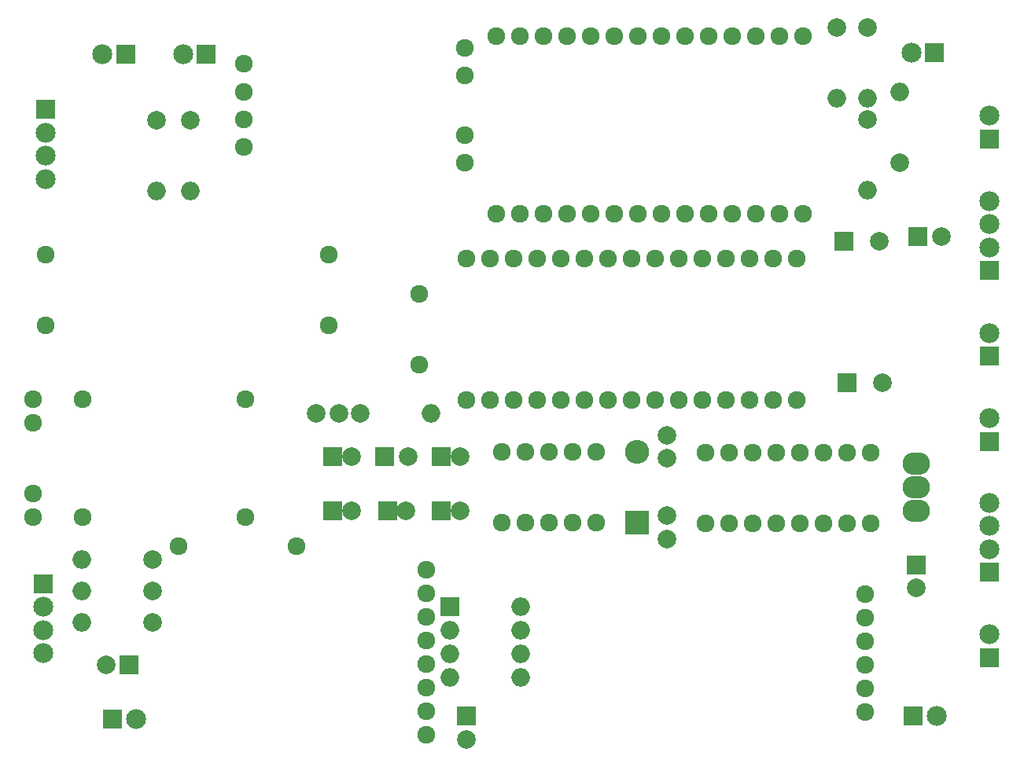
<source format=gbr>
G04 #@! TF.FileFunction,Soldermask,Top*
%FSLAX46Y46*%
G04 Gerber Fmt 4.6, Leading zero omitted, Abs format (unit mm)*
G04 Created by KiCad (PCBNEW 4.0.6+dfsg1-1) date Mon Jan 15 11:50:26 2018*
%MOMM*%
%LPD*%
G01*
G04 APERTURE LIST*
%ADD10C,0.100000*%
%ADD11R,2.600000X2.600000*%
%ADD12O,2.600000X2.600000*%
%ADD13R,2.000000X2.000000*%
%ADD14C,2.000000*%
%ADD15O,2.940000X2.432000*%
%ADD16O,2.000000X2.000000*%
%ADD17R,2.150000X2.150000*%
%ADD18C,2.150000*%
%ADD19C,1.924000*%
G04 APERTURE END LIST*
D10*
D11*
X156200000Y-118700000D03*
D12*
X156200000Y-111080000D03*
D13*
X101500000Y-134100000D03*
D14*
X99000000Y-134100000D03*
D13*
X186200000Y-123300000D03*
D14*
X186200000Y-125800000D03*
D15*
X186200000Y-114900000D03*
X186200000Y-117440000D03*
X186200000Y-112360000D03*
D14*
X184400000Y-80000000D03*
D16*
X184400000Y-72380000D03*
D14*
X181000000Y-65400000D03*
D16*
X181000000Y-73020000D03*
D14*
X104400000Y-75400000D03*
D16*
X104400000Y-83020000D03*
D14*
X104000000Y-129500000D03*
D16*
X96380000Y-129500000D03*
D14*
X104000000Y-126100000D03*
D16*
X96380000Y-126100000D03*
D14*
X104000000Y-122700000D03*
D16*
X96380000Y-122700000D03*
D14*
X108100000Y-75400000D03*
D16*
X108100000Y-83020000D03*
D14*
X181000000Y-75300000D03*
D16*
X181000000Y-82920000D03*
D14*
X177700000Y-65400000D03*
D16*
X177700000Y-73020000D03*
D17*
X92200000Y-125300000D03*
D18*
X92200000Y-127800000D03*
X92200000Y-130300000D03*
X92200000Y-132800000D03*
D17*
X185900000Y-139600000D03*
D18*
X188400000Y-139600000D03*
D17*
X109800000Y-68300000D03*
D18*
X107300000Y-68300000D03*
D17*
X194100000Y-110000000D03*
D18*
X194100000Y-107500000D03*
D19*
X173670000Y-111190000D03*
X176210000Y-111190000D03*
X178750000Y-111190000D03*
X181290000Y-111190000D03*
X171130000Y-111190000D03*
X168590000Y-111190000D03*
X166050000Y-111190000D03*
X163510000Y-111190000D03*
X181290000Y-118810000D03*
X178750000Y-118810000D03*
X176210000Y-118810000D03*
X173670000Y-118810000D03*
X171130000Y-118810000D03*
X168590000Y-118810000D03*
X166050000Y-118810000D03*
X163510000Y-118810000D03*
D17*
X194100000Y-100800000D03*
D18*
X194100000Y-98300000D03*
D14*
X126400000Y-107000000D03*
D16*
X134020000Y-107000000D03*
D13*
X136000000Y-127800000D03*
D16*
X143620000Y-135420000D03*
X136000000Y-130340000D03*
X143620000Y-132880000D03*
X136000000Y-132880000D03*
X143620000Y-130340000D03*
X136000000Y-135420000D03*
X143620000Y-127800000D03*
D19*
X146700000Y-111090000D03*
X149240000Y-111090000D03*
X151780000Y-111090000D03*
X144160000Y-111090000D03*
X141620000Y-111090000D03*
X146700000Y-118710000D03*
X149240000Y-118710000D03*
X151780000Y-118710000D03*
X144160000Y-118710000D03*
X141620000Y-118710000D03*
D17*
X188200000Y-68100000D03*
D18*
X185700000Y-68100000D03*
D17*
X99700000Y-139900000D03*
D18*
X102200000Y-139900000D03*
D17*
X101100000Y-68300000D03*
D18*
X98600000Y-68300000D03*
D17*
X194100000Y-77400000D03*
D18*
X194100000Y-74900000D03*
D17*
X194100000Y-91600000D03*
D18*
X194100000Y-89100000D03*
X194100000Y-86600000D03*
X194100000Y-84100000D03*
D13*
X123400000Y-111600000D03*
D14*
X125400000Y-111600000D03*
X159400000Y-111800000D03*
X159400000Y-109300000D03*
X124100000Y-107000000D03*
X121600000Y-107000000D03*
X159400000Y-118000000D03*
X159400000Y-120500000D03*
D17*
X92500000Y-74200000D03*
D18*
X92500000Y-76700000D03*
X92500000Y-79200000D03*
X92500000Y-81700000D03*
D17*
X194100000Y-124100000D03*
D18*
X194100000Y-121600000D03*
X194100000Y-119100000D03*
X194100000Y-116600000D03*
D13*
X178800000Y-103700000D03*
D14*
X182600000Y-103700000D03*
D13*
X178400000Y-88400000D03*
D14*
X182200000Y-88400000D03*
D13*
X137800000Y-139600000D03*
D14*
X137800000Y-142100000D03*
D13*
X123400000Y-117500000D03*
D14*
X125400000Y-117500000D03*
D13*
X186400000Y-87900000D03*
D14*
X188900000Y-87900000D03*
D13*
X129000000Y-111600000D03*
D14*
X131500000Y-111600000D03*
D13*
X135100000Y-117500000D03*
D14*
X137100000Y-117500000D03*
D13*
X135100000Y-111600000D03*
D14*
X137100000Y-111600000D03*
D13*
X129300000Y-117500000D03*
D14*
X131300000Y-117500000D03*
D17*
X194100000Y-133300000D03*
D18*
X194100000Y-130800000D03*
D19*
X113800000Y-78300000D03*
X113800000Y-75300000D03*
X113800000Y-72300000D03*
X113800000Y-69300000D03*
X137600000Y-67600000D03*
X137600000Y-70600000D03*
X137600000Y-77000000D03*
X137600000Y-80000000D03*
X122940000Y-97510000D03*
X122940000Y-89890000D03*
X92460000Y-97510000D03*
X92460000Y-89890000D03*
X91170000Y-115610000D03*
X91170000Y-107990000D03*
X91170000Y-105450000D03*
X91170000Y-118150000D03*
X114030000Y-105450000D03*
X114030000Y-118150000D03*
X96504000Y-118150000D03*
X96504000Y-105450000D03*
X140990000Y-66298500D03*
X143530000Y-66298500D03*
X146070000Y-66298500D03*
X148610000Y-66298500D03*
X151150000Y-66298500D03*
X153690000Y-66298500D03*
X156230000Y-66298500D03*
X158770000Y-66298500D03*
X174010000Y-66298500D03*
X171470000Y-66298500D03*
X168930000Y-66298500D03*
X166390000Y-66298500D03*
X163850000Y-66298500D03*
X161310000Y-66298500D03*
X161310000Y-85501500D03*
X163850000Y-85501500D03*
X166390000Y-85501500D03*
X168930000Y-85501500D03*
X171470000Y-85501500D03*
X174010000Y-85501500D03*
X158770000Y-85501500D03*
X156230000Y-85501500D03*
X153690000Y-85501500D03*
X151150000Y-85501500D03*
X148610000Y-85501500D03*
X146070000Y-85501500D03*
X143530000Y-85501500D03*
X140990000Y-85501500D03*
X153060000Y-105520000D03*
X150520000Y-105520000D03*
X147980000Y-105520000D03*
X145440000Y-105520000D03*
X142900000Y-105520000D03*
X140360000Y-105520000D03*
X137820000Y-105520000D03*
X155600000Y-105520000D03*
X158140000Y-105520000D03*
X160680000Y-105520000D03*
X163220000Y-105520000D03*
X165760000Y-105520000D03*
X168300000Y-105520000D03*
X170840000Y-105520000D03*
X173380000Y-105520000D03*
X173380000Y-90280000D03*
X170840000Y-90280000D03*
X168300000Y-90280000D03*
X165760000Y-90280000D03*
X163220000Y-90280000D03*
X160680000Y-90280000D03*
X158140000Y-90280000D03*
X155600000Y-90280000D03*
X153060000Y-90280000D03*
X150520000Y-90280000D03*
X147980000Y-90280000D03*
X145440000Y-90280000D03*
X142900000Y-90280000D03*
X140360000Y-90280000D03*
X137820000Y-90280000D03*
X132740000Y-94090000D03*
X132740000Y-101710000D03*
X180734000Y-134070000D03*
X180734000Y-136610000D03*
X180734000Y-139150000D03*
X180734000Y-131530000D03*
X180734000Y-128990000D03*
X180734000Y-126450000D03*
X106830000Y-121270000D03*
X119530000Y-121270000D03*
X133500000Y-141590000D03*
X133500000Y-139050000D03*
X133500000Y-136510000D03*
X133500000Y-133970000D03*
X133500000Y-131430000D03*
X133500000Y-128890000D03*
X133500000Y-126350000D03*
X133500000Y-123810000D03*
M02*

</source>
